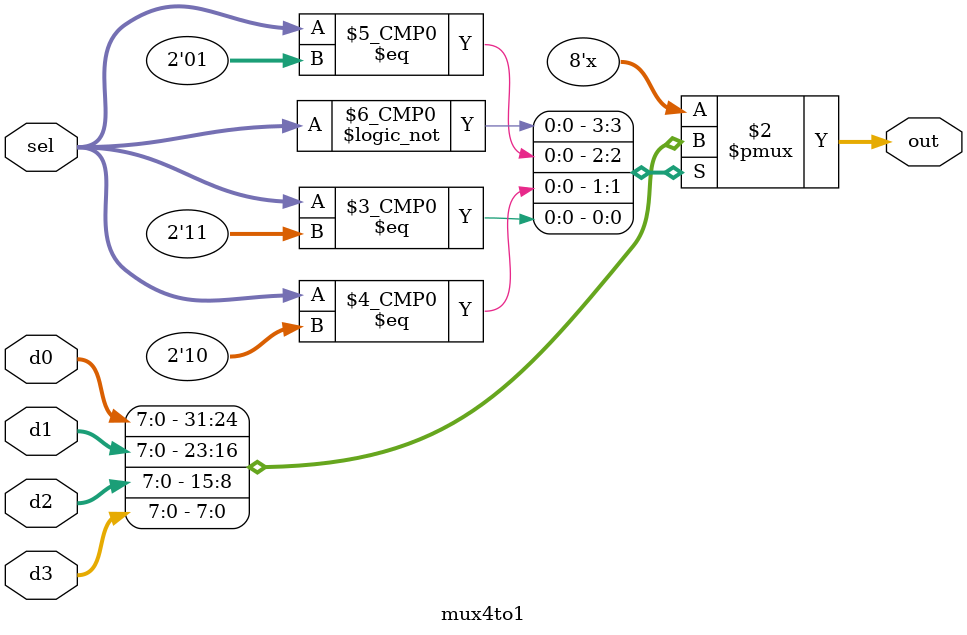
<source format=v>
module mux4to1 (
    input  wire [7:0] d0, d1, d2, d3, // 8-bit data inputs
    input  wire [1:0] sel,             // 2-bit select input
    output reg  [7:0] out                 // 8-bit output
);

    always @(*) begin
        case (sel)
            2'b00: out = d0;
            2'b01: out = d1;
            2'b10: out = d2;
            2'b11: out = d3;
            default: out = 8'b00000000; // safetout default
        endcase
    end

endmodule
</source>
